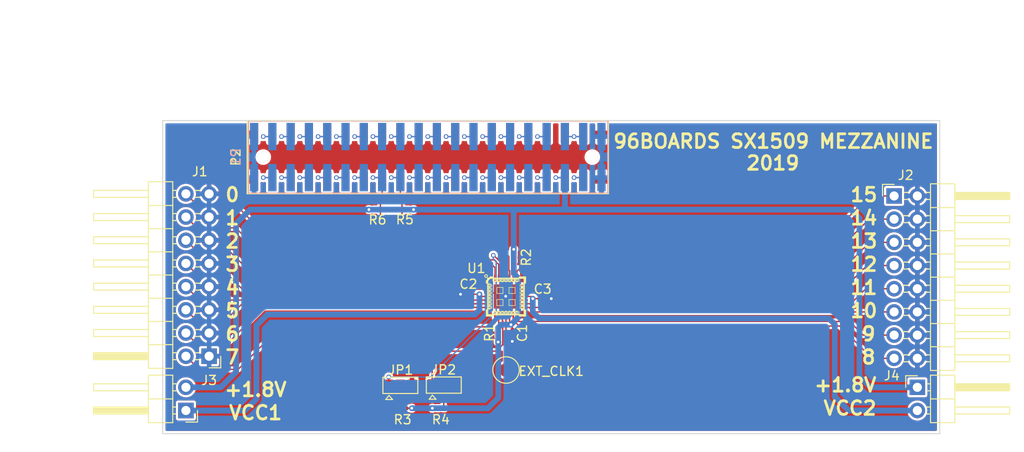
<source format=kicad_pcb>
(kicad_pcb (version 20171130) (host pcbnew "(2018-02-05 revision d1a45d147)-makepkg")
  (title_block (title "SX1509 MEZZANINE") (date 2019-02-21) (rev v0.1) (company "Linaro Ltd") (comment 1 "Designed By: Sahaj Sarup"))
  (layers (0 F.Cu signal) (31 B.Cu signal) (34 B.Paste user) (35 F.Paste user) (36 B.SilkS user) (37 F.SilkS user) (38 B.Mask user) (39 F.Mask user) (44 Edge.Cuts user))
  (net 0 "")
  (net 1 +1V8)
  (net 2 GND)
  (net 3 +5V)
  (net 4 I2C0_SCL)
  (net 5 I2C0_SDA)
  (net 6 I2C1_SCL)
  (net 7 I2C1_SDA)
  (net 8 PWR_BTN_N)
  (net 9 RST_BTN_N)
  (net 10 SYS_DCIN)
  (net 11 GPIO_B)
  (net 12 GPIO_A)
  (net 13 SPIO_SCL)
  (net 14 SPIO_DIN)
  (net 15 SPIO_CS)
  (net 16 SPIO_DOUT)
  (net 17 PCM_FS)
  (net 18 PCM_CLK)
  (net 19 PCM_DO)
  (net 20 PCM_DI)
  (net 21 GPIO_D)
  (net 22 GPIO_F)
  (net 23 GPIO_H)
  (net 24 GPIO_J)
  (net 25 GPIO_L)
  (net 26 UART1_TX)
  (net 27 UART1_RX)
  (net 28 GPIO_C)
  (net 29 GPIO_E)
  (net 30 GPIO_G)
  (net 31 GPIO_I)
  (net 32 GPIO_K)
  (net 33 UART0_CTS)
  (net 34 UART0_TX)
  (net 35 UART0_RX)
  (net 36 UART0_RTS)
  (net 37 IO_7)
  (net 38 IO_6)
  (net 39 IO_5)
  (net 40 IO_4)
  (net 41 IO_3)
  (net 42 IO_2)
  (net 43 IO_1)
  (net 44 IO_0)
  (net 45 IO_15)
  (net 46 IO_14)
  (net 47 IO_13)
  (net 48 IO_12)
  (net 49 IO_11)
  (net 50 IO_10)
  (net 51 IO_9)
  (net 52 IO_8)
  (net 53 VCC1)
  (net 54 VCC2)
  (net 55 ADDR0)
  (net 56 "Net-(JP1-Pad2)")
  (net 57 "Net-(JP2-Pad2)")
  (net 58 ADDR1)
  (net 59 "Net-(R1-Pad1)")
  (net 60 "Net-(R2-Pad1)")
  (net 61 "Net-(EXT_CLK1-Pad1)")
  (module sx1509:QFN-28 (layer F.Cu) (at 137.55272 119.26448)
    (fp_text reference U1 (at -3.24272 -3.08448) (layer F.SilkS))
    (fp_text value SX1509 hide)
    (pad 1 smd rect (at -1.97358 -1.19888) (size 0.84836 0.19812) (layers F.Cu F.Paste F.Mask) (net 42 IO_2))
    (pad 2 smd rect (at -1.97358 -0.79756) (size 0.84836 0.19812) (layers F.Cu F.Paste F.Mask) (net 41 IO_3))
    (pad 3 smd rect (at -1.97358 -0.39878) (size 0.84836 0.19812) (layers F.Cu F.Paste F.Mask) (net 2 GND))
    (pad 4 smd rect (at -1.97358 0) (size 0.84836 0.19812) (layers F.Cu F.Paste F.Mask) (net 53 VCC1))
    (pad 5 smd rect (at -1.97358 0.39878) (size 0.84836 0.19812) (layers F.Cu F.Paste F.Mask) (net 40 IO_4))
    (pad 6 smd rect (at -1.97358 0.79756) (size 0.84836 0.19812) (layers F.Cu F.Paste F.Mask) (net 39 IO_5))
    (pad 7 smd rect (at -1.97358 1.19888) (size 0.84836 0.19812) (layers F.Cu F.Paste F.Mask) (net 38 IO_6))
    (pad 8 smd rect (at -1.19888 1.97358 90) (size 0.84836 0.19812) (layers F.Cu F.Paste F.Mask) (net 37 IO_7))
    (pad 9 smd rect (at -0.79756 1.97358 90) (size 0.84836 0.19812) (layers F.Cu F.Paste F.Mask) (net 59 "Net-(R1-Pad1)"))
    (pad 10 smd rect (at -0.39878 1.97358 90) (size 0.84836 0.19812) (layers F.Cu F.Paste F.Mask) (net 58 ADDR1))
    (pad 11 smd rect (at 0 1.97358 90) (size 0.84836 0.19812) (layers F.Cu F.Paste F.Mask) (net 61 "Net-(EXT_CLK1-Pad1)"))
    (pad 12 smd rect (at 0.39878 1.97358 90) (size 0.84836 0.19812) (layers F.Cu F.Paste F.Mask) (net 1 +1V8))
    (pad 13 smd rect (at 0.79756 1.97358 90) (size 0.84836 0.19812) (layers F.Cu F.Paste F.Mask) (net 52 IO_8))
    (pad 14 smd rect (at 1.19888 1.97358 90) (size 0.84836 0.19812) (layers F.Cu F.Paste F.Mask) (net 51 IO_9))
    (pad 15 smd rect (at 1.97358 1.19888 180) (size 0.84836 0.19812) (layers F.Cu F.Paste F.Mask) (net 50 IO_10))
    (pad 16 smd rect (at 1.97358 0.79756 180) (size 0.84836 0.19812) (layers F.Cu F.Paste F.Mask) (net 49 IO_11))
    (pad 17 smd rect (at 1.97358 0.39878 180) (size 0.84836 0.19812) (layers F.Cu F.Paste F.Mask) (net 2 GND))
    (pad 18 smd rect (at 1.97358 0 180) (size 0.84836 0.19812) (layers F.Cu F.Paste F.Mask) (net 54 VCC2))
    (pad 19 smd rect (at 1.97358 -0.39878 180) (size 0.84836 0.19812) (layers F.Cu F.Paste F.Mask) (net 48 IO_12))
    (pad 20 smd rect (at 1.97358 -0.79756 180) (size 0.84836 0.19812) (layers F.Cu F.Paste F.Mask) (net 47 IO_13))
    (pad 21 smd rect (at 1.97358 -1.19888 180) (size 0.84836 0.19812) (layers F.Cu F.Paste F.Mask) (net 46 IO_14))
    (pad 22 smd rect (at 1.19888 -1.97358 270) (size 0.84836 0.19812) (layers F.Cu F.Paste F.Mask) (net 45 IO_15))
    (pad 23 smd rect (at 0.79756 -1.97358 270) (size 0.84836 0.19812) (layers F.Cu F.Paste F.Mask) (net 60 "Net-(R2-Pad1)"))
    (pad 24 smd rect (at 0.39878 -1.97358 270) (size 0.84836 0.19812) (layers F.Cu F.Paste F.Mask) (net 5 I2C0_SDA))
    (pad 25 smd rect (at 0 -1.97358 270) (size 0.84836 0.19812) (layers F.Cu F.Paste F.Mask) (net 4 I2C0_SCL))
    (pad 26 smd rect (at -0.39878 -1.97358 270) (size 0.84836 0.19812) (layers F.Cu F.Paste F.Mask) (net 55 ADDR0))
    (pad 27 smd rect (at -0.79756 -1.97358 270) (size 0.84836 0.19812) (layers F.Cu F.Paste F.Mask) (net 44 IO_0))
    (pad 28 smd rect (at -1.19888 -1.97358 270) (size 0.84836 0.19812) (layers F.Cu F.Paste F.Mask) (net 43 IO_1))
    (pad 29 smd rect (at 0 0) (size 2.64922 2.64922) (layers F.Cu F.Paste F.Mask) (net 2 GND))
  )
  (module 96boards:Socket_Strip_SMD_2x20_Pitch2mm (layer F.Cu) (at 110 105 90)
    (fp_text reference P2 (at 1 -2 90) (layer F.SilkS))
    (fp_text value CONN_02X20)
    (pad 40 smd rect (at 3.65 38) (size 0.89 2.1) (layers F.Cu F.Paste F.Mask) (net 2 GND))
    (pad 38 smd rect (at 3.65 36) (size 0.89 2.1) (layers F.Cu F.Paste F.Mask) (net 10 SYS_DCIN))
    (pad 36 smd rect (at 3.65 34) (size 0.89 2.1) (layers F.Cu F.Paste F.Mask) (net 10 SYS_DCIN))
    (pad 34 smd rect (at 3.65 32) (size 0.89 2.1) (layers F.Cu F.Paste F.Mask) (net 25 GPIO_L))
    (pad 32 smd rect (at 3.65 30) (size 0.89 2.1) (layers F.Cu F.Paste F.Mask) (net 24 GPIO_J))
    (pad 30 smd rect (at 3.65 28) (size 0.89 2.1) (layers F.Cu F.Paste F.Mask) (net 23 GPIO_H))
    (pad 28 smd rect (at 3.65 26) (size 0.89 2.1) (layers F.Cu F.Paste F.Mask) (net 22 GPIO_F))
    (pad 26 smd rect (at 3.65 24) (size 0.89 2.1) (layers F.Cu F.Paste F.Mask) (net 21 GPIO_D))
    (pad 24 smd rect (at 3.65 22) (size 0.89 2.1) (layers F.Cu F.Paste F.Mask) (net 11 GPIO_B))
    (pad 22 smd rect (at 3.65 20) (size 0.89 2.1) (layers F.Cu F.Paste F.Mask) (net 20 PCM_DI))
    (pad 20 smd rect (at 3.65 18) (size 0.89 2.1) (layers F.Cu F.Paste F.Mask) (net 19 PCM_DO))
    (pad 18 smd rect (at 3.65 16) (size 0.89 2.1) (layers F.Cu F.Paste F.Mask) (net 18 PCM_CLK))
    (pad 16 smd rect (at 3.65 14) (size 0.89 2.1) (layers F.Cu F.Paste F.Mask) (net 17 PCM_FS))
    (pad 14 smd rect (at 3.65 12) (size 0.89 2.1) (layers F.Cu F.Paste F.Mask) (net 16 SPIO_DOUT))
    (pad 12 smd rect (at 3.65 10) (size 0.89 2.1) (layers F.Cu F.Paste F.Mask) (net 15 SPIO_CS))
    (pad 10 smd rect (at 3.65 8) (size 0.89 2.1) (layers F.Cu F.Paste F.Mask) (net 14 SPIO_DIN))
    (pad 8 smd rect (at 3.65 6) (size 0.89 2.1) (layers F.Cu F.Paste F.Mask) (net 13 SPIO_SCL))
    (pad 6 smd rect (at 3.65 4) (size 0.89 2.1) (layers F.Cu F.Paste F.Mask) (net 9 RST_BTN_N))
    (pad 39 smd rect (at -1.65 38) (size 0.89 2.1) (layers F.Cu F.Paste F.Mask) (net 2 GND))
    (pad 37 smd rect (at -1.65 36) (size 0.89 2.1) (layers F.Cu F.Paste F.Mask) (net 3 +5V))
    (pad 35 smd rect (at -1.65 34) (size 0.89 2.1) (layers F.Cu F.Paste F.Mask) (net 1 +1V8))
    (pad 33 smd rect (at -1.65 32) (size 0.89 2.1) (layers F.Cu F.Paste F.Mask) (net 32 GPIO_K))
    (pad 31 smd rect (at -1.65 30) (size 0.89 2.1) (layers F.Cu F.Paste F.Mask) (net 31 GPIO_I))
    (pad 29 smd rect (at -1.65 28) (size 0.89 2.1) (layers F.Cu F.Paste F.Mask) (net 30 GPIO_G))
    (pad 27 smd rect (at -1.65 26) (size 0.89 2.1) (layers F.Cu F.Paste F.Mask) (net 29 GPIO_E))
    (pad 25 smd rect (at -1.65 24) (size 0.89 2.1) (layers F.Cu F.Paste F.Mask) (net 28 GPIO_C))
    (pad 23 smd rect (at -1.65 22) (size 0.89 2.1) (layers F.Cu F.Paste F.Mask) (net 12 GPIO_A))
    (pad 21 smd rect (at -1.65 20) (size 0.89 2.1) (layers F.Cu F.Paste F.Mask) (net 7 I2C1_SDA))
    (pad 19 smd rect (at -1.65 18) (size 0.89 2.1) (layers F.Cu F.Paste F.Mask) (net 6 I2C1_SCL))
    (pad 17 smd rect (at -1.65 16) (size 0.89 2.1) (layers F.Cu F.Paste F.Mask) (net 5 I2C0_SDA))
    (pad 15 smd rect (at -1.65 14) (size 0.89 2.1) (layers F.Cu F.Paste F.Mask) (net 4 I2C0_SCL))
    (pad 13 smd rect (at -1.65 12) (size 0.89 2.1) (layers F.Cu F.Paste F.Mask) (net 27 UART1_RX))
    (pad 11 smd rect (at -1.65 10) (size 0.89 2.1) (layers F.Cu F.Paste F.Mask) (net 26 UART1_TX))
    (pad 9 smd rect (at -1.65 8) (size 0.89 2.1) (layers F.Cu F.Paste F.Mask) (net 36 UART0_RTS))
    (pad 7 smd rect (at -1.65 6) (size 0.89 2.1) (layers F.Cu F.Paste F.Mask) (net 35 UART0_RX))
    (pad 1 smd rect (at -1.65 0) (size 0.89 2.1) (layers F.Cu F.Paste F.Mask) (net 2 GND))
    (pad 2 smd rect (at 3.65 0) (size 0.89 2.1) (layers F.Cu F.Paste F.Mask) (net 2 GND))
    (pad 4 smd rect (at 3.65 2) (size 0.89 2.1) (layers F.Cu F.Paste F.Mask) (net 8 PWR_BTN_N))
    (pad 3 smd rect (at -1.65 2) (size 0.89 2.1) (layers F.Cu F.Paste F.Mask) (net 33 UART0_CTS))
    (pad 5 smd rect (at -1.65 4) (size 0.89 2.1) (layers F.Cu F.Paste F.Mask) (net 34 UART0_TX))
  )
  (module 96boards:Pin_Header_SMD_2x20_Pitch2mm (layer B.Cu) (at 110 105 270)
    (fp_text reference P1 (at -1 2 270) (layer B.SilkS) (effects (justify mirror)))
    (fp_text value CONN_02X20)
    (pad 39 smd rect (at 1.25 -38) (size 0.89 3) (layers B.Cu B.Paste B.Mask) (net 2 GND))
    (pad 37 smd rect (at 1.25 -36) (size 0.89 3) (layers B.Cu B.Paste B.Mask) (net 3 +5V))
    (pad 35 smd rect (at 1.25 -34) (size 0.89 3) (layers B.Cu B.Paste B.Mask) (net 1 +1V8))
    (pad 33 smd rect (at 1.25 -32) (size 0.89 3) (layers B.Cu B.Paste B.Mask) (net 32 GPIO_K))
    (pad 31 smd rect (at 1.25 -30) (size 0.89 3) (layers B.Cu B.Paste B.Mask) (net 31 GPIO_I))
    (pad 29 smd rect (at 1.25 -28) (size 0.89 3) (layers B.Cu B.Paste B.Mask) (net 30 GPIO_G))
    (pad 27 smd rect (at 1.25 -26) (size 0.89 3) (layers B.Cu B.Paste B.Mask) (net 29 GPIO_E))
    (pad 25 smd rect (at 1.25 -24) (size 0.89 3) (layers B.Cu B.Paste B.Mask) (net 28 GPIO_C))
    (pad 23 smd rect (at 1.25 -22) (size 0.89 3) (layers B.Cu B.Paste B.Mask) (net 12 GPIO_A))
    (pad 21 smd rect (at 1.25 -20) (size 0.89 3) (layers B.Cu B.Paste B.Mask) (net 7 I2C1_SDA))
    (pad 19 smd rect (at 1.25 -18) (size 0.89 3) (layers B.Cu B.Paste B.Mask) (net 6 I2C1_SCL))
    (pad 17 smd rect (at 1.25 -16) (size 0.89 3) (layers B.Cu B.Paste B.Mask) (net 5 I2C0_SDA))
    (pad 15 smd rect (at 1.25 -14) (size 0.89 3) (layers B.Cu B.Paste B.Mask) (net 4 I2C0_SCL))
    (pad 13 smd rect (at 1.25 -12) (size 0.89 3) (layers B.Cu B.Paste B.Mask) (net 27 UART1_RX))
    (pad 11 smd rect (at 1.25 -10) (size 0.89 3) (layers B.Cu B.Paste B.Mask) (net 26 UART1_TX))
    (pad 9 smd rect (at 1.25 -8) (size 0.89 3) (layers B.Cu B.Paste B.Mask) (net 36 UART0_RTS))
    (pad 7 smd rect (at 1.25 -6) (size 0.89 3) (layers B.Cu B.Paste B.Mask) (net 35 UART0_RX))
    (pad 5 smd rect (at 1.25 -4) (size 0.89 3) (layers B.Cu B.Paste B.Mask) (net 34 UART0_TX))
    (pad 3 smd rect (at 1.25 -2) (size 0.89 3) (layers B.Cu B.Paste B.Mask) (net 33 UART0_CTS))
    (pad 40 smd rect (at -3.25 -38) (size 0.89 3) (layers B.Cu B.Paste B.Mask) (net 2 GND))
    (pad 38 smd rect (at -3.25 -36) (size 0.89 3) (layers B.Cu B.Paste B.Mask) (net 10 SYS_DCIN))
    (pad 36 smd rect (at -3.25 -34) (size 0.89 3) (layers B.Cu B.Paste B.Mask) (net 10 SYS_DCIN))
    (pad 34 smd rect (at -3.25 -32) (size 0.89 3) (layers B.Cu B.Paste B.Mask) (net 25 GPIO_L))
    (pad 32 smd rect (at -3.25 -30) (size 0.89 3) (layers B.Cu B.Paste B.Mask) (net 24 GPIO_J))
    (pad 30 smd rect (at -3.25 -28) (size 0.89 3) (layers B.Cu B.Paste B.Mask) (net 23 GPIO_H))
    (pad 28 smd rect (at -3.25 -26) (size 0.89 3) (layers B.Cu B.Paste B.Mask) (net 22 GPIO_F))
    (pad 26 smd rect (at -3.25 -24) (size 0.89 3) (layers B.Cu B.Paste B.Mask) (net 21 GPIO_D))
    (pad 24 smd rect (at -3.25 -22) (size 0.89 3) (layers B.Cu B.Paste B.Mask) (net 11 GPIO_B))
    (pad 22 smd rect (at -3.25 -20) (size 0.89 3) (layers B.Cu B.Paste B.Mask) (net 20 PCM_DI))
    (pad 20 smd rect (at -3.25 -18) (size 0.89 3) (layers B.Cu B.Paste B.Mask) (net 19 PCM_DO))
    (pad 18 smd rect (at -3.25 -16) (size 0.89 3) (layers B.Cu B.Paste B.Mask) (net 18 PCM_CLK))
    (pad 16 smd rect (at -3.25 -14) (size 0.89 3) (layers B.Cu B.Paste B.Mask) (net 17 PCM_FS))
    (pad 14 smd rect (at -3.25 -12) (size 0.89 3) (layers B.Cu B.Paste B.Mask) (net 16 SPIO_DOUT))
    (pad 12 smd rect (at -3.25 -10) (size 0.89 3) (layers B.Cu B.Paste B.Mask) (net 15 SPIO_CS))
    (pad 10 smd rect (at -3.25 -8) (size 0.89 3) (layers B.Cu B.Paste B.Mask) (net 14 SPIO_DIN))
    (pad 8 smd rect (at -3.25 -6) (size 0.89 3) (layers B.Cu B.Paste B.Mask) (net 13 SPIO_SCL))
    (pad 6 smd rect (at -3.25 -4) (size 0.89 3) (layers B.Cu B.Paste B.Mask) (net 9 RST_BTN_N))
    (pad 4 smd rect (at -3.25 -2) (size 0.89 3) (layers B.Cu B.Paste B.Mask) (net 8 PWR_BTN_N))
    (pad "" np_thru_hole circle (at -1 -1) (size 1.2 1.2) (drill 1.2) (layers *.Cu *.Mask B.SilkS))
    (pad 2 smd rect (at -3.25 0) (size 0.89 3) (layers B.Cu B.Paste B.Mask) (net 2 GND))
    (pad 1 smd rect (at 1.25 0) (size 0.89 3) (layers B.Cu B.Paste B.Mask) (net 2 GND))
    (pad "" np_thru_hole circle (at -1 -37) (size 1.2 1.2) (drill 1.2) (layers *.Cu *.Mask B.SilkS))
  )
  (module Connector_PinHeader_2.54mm:PinHeader_1x02_P2.54mm_Horizontal (layer F.Cu) (at 102.54 131.75 180)
    (fp_text reference J3 (at -2.54 3.302 180) (layer F.SilkS))
    (fp_text value Conn_01x02_Male)
    (pad 1 thru_hole rect (at 0 0 180) (size 1.7 1.7) (drill 1) (layers *.Cu *.Mask) (net 53 VCC1))
    (pad 2 thru_hole oval (at 0 2.54 180) (size 1.7 1.7) (drill 1) (layers *.Cu *.Mask) (net 1 +1V8))
  )
  (module Connector_PinHeader_2.54mm:PinHeader_1x02_P2.54mm_Horizontal (layer F.Cu) (at 182.55 129.21)
    (fp_text reference J4 (at -2.794 -1.27) (layer F.SilkS))
    (fp_text value Conn_01x02_Male)
    (pad 2 thru_hole oval (at 0 2.54) (size 1.7 1.7) (drill 1) (layers *.Cu *.Mask) (net 54 VCC2))
    (pad 1 thru_hole rect (at 0 0) (size 1.7 1.7) (drill 1) (layers *.Cu *.Mask) (net 1 +1V8))
  )
  (module Capacitor_SMD:C_0201_0603Metric (layer F.Cu) (at 138.25 123.25 270)
    (fp_text reference C1 (at 0.02496 -1.08796 270) (layer F.SilkS))
    (fp_text value 0.1uF)
    (pad 1 smd roundrect (at -0.32 0 270) (size 0.46 0.4) (layers F.Cu F.Mask) (net 1 +1V8))
    (pad 2 smd roundrect (at 0.32 0 270) (size 0.46 0.4) (layers F.Cu F.Mask) (net 2 GND))
  )
  (module Capacitor_SMD:C_0201_0603Metric (layer F.Cu) (at 133.5 119.02 180)
    (fp_text reference C2 (at 0.06 1.11 180) (layer F.SilkS))
    (fp_text value 0.1uF)
    (pad 2 smd roundrect (at 0.32 0 180) (size 0.46 0.4) (layers F.Cu F.Mask) (net 2 GND))
    (pad 1 smd roundrect (at -0.32 0 180) (size 0.46 0.4) (layers F.Cu F.Mask) (net 53 VCC1))
  )
  (module Capacitor_SMD:C_0201_0603Metric (layer F.Cu) (at 141.57 119.5)
    (fp_text reference C3 (at 0 -1.05) (layer F.SilkS))
    (fp_text value 0.1uF)
    (pad 1 smd roundrect (at -0.32 0) (size 0.46 0.4) (layers F.Cu F.Mask) (net 54 VCC2))
    (pad 2 smd roundrect (at 0.32 0) (size 0.46 0.4) (layers F.Cu F.Mask) (net 2 GND))
  )
  (module Resistor_SMD:R_0201_0603Metric (layer F.Cu) (at 136.75 123.25 270)
    (fp_text reference R1 (at 0 1 270) (layer F.SilkS))
    (fp_text value 10K)
    (pad 1 smd roundrect (at -0.32 0 270) (size 0.46 0.4) (layers F.Cu F.Mask) (net 59 "Net-(R1-Pad1)"))
    (pad 2 smd roundrect (at 0.32 0 270) (size 0.46 0.4) (layers F.Cu F.Mask) (net 1 +1V8))
  )
  (module Resistor_SMD:R_0201_0603Metric (layer F.Cu) (at 138.38448 115 90)
    (fp_text reference R2 (at 0.02 1.38552 90) (layer F.SilkS))
    (fp_text value 10K)
    (pad 2 smd roundrect (at 0.32 0 90) (size 0.46 0.4) (layers F.Cu F.Mask) (net 1 +1V8))
    (pad 1 smd roundrect (at -0.32 0 90) (size 0.46 0.4) (layers F.Cu F.Mask) (net 60 "Net-(R2-Pad1)"))
  )
  (module Resistor_SMD:R_0201_0603Metric (layer F.Cu) (at 126.32 131.5)
    (fp_text reference R3 (at -0.07 1.25) (layer F.SilkS))
    (fp_text value 10K)
    (pad 2 smd roundrect (at 0.32 0) (size 0.46 0.4) (layers F.Cu F.Mask) (net 1 +1V8))
    (pad 1 smd roundrect (at -0.32 0) (size 0.46 0.4) (layers F.Cu F.Mask) (net 56 "Net-(JP1-Pad2)"))
  )
  (module Resistor_SMD:R_0201_0603Metric (layer F.Cu) (at 130.425 131.5)
    (fp_text reference R4 (at 0 1.25) (layer F.SilkS))
    (fp_text value 10K)
    (pad 1 smd roundrect (at -0.32 0) (size 0.46 0.4) (layers F.Cu F.Mask) (net 1 +1V8))
    (pad 2 smd roundrect (at 0.32 0) (size 0.46 0.4) (layers F.Cu F.Mask) (net 57 "Net-(JP2-Pad2)"))
  )
  (module Resistor_SMD:R_0201_0603Metric (layer F.Cu) (at 126.5 109.75 180)
    (fp_text reference R5 (at 0.01 -1.1 180) (layer F.SilkS))
    (fp_text value 10K)
    (pad 1 smd roundrect (at -0.32 0 180) (size 0.46 0.4) (layers F.Cu F.Mask) (net 1 +1V8))
    (pad 2 smd roundrect (at 0.32 0 180) (size 0.46 0.4) (layers F.Cu F.Mask) (net 5 I2C0_SDA))
  )
  (module Resistor_SMD:R_0201_0603Metric (layer F.Cu) (at 123.5 109.75)
    (fp_text reference R6 (at 0 1.12) (layer F.SilkS))
    (fp_text value 10K)
    (pad 2 smd roundrect (at 0.32 0) (size 0.46 0.4) (layers F.Cu F.Mask) (net 4 I2C0_SCL))
    (pad 1 smd roundrect (at -0.32 0) (size 0.46 0.4) (layers F.Cu F.Mask) (net 1 +1V8))
  )
  (module TestPoint:TestPoint_Pad_D2.5mm (layer F.Cu) (at 137.56152 127.31516 90)
    (fp_text reference EXT_CLK1 (at -0.13484 4.93848 180) (layer F.SilkS))
    (fp_text value TestPoint)
    (pad 1 smd circle (at 0 0 90) (size 1.5 1.5) (layers F.Cu F.Mask) (net 61 "Net-(EXT_CLK1-Pad1)"))
  )
  (module Jumper:SolderJumper_01x03 (layer F.Cu) (at 126 129)
    (fp_text reference JP1 (at 0.05 -1.68) (layer F.SilkS))
    (fp_text value Jumper_NC_Dual)
    (pad 1 smd rect (at -1.27 0 90) (size 1.27 0.97) (layers F.Cu F.Paste F.Mask) (net 55 ADDR0))
    (pad 2 smd rect (at 0 0 90) (size 1.27 0.97) (layers F.Cu F.Paste F.Mask) (net 56 "Net-(JP1-Pad2)"))
    (pad 3 smd rect (at 1.27 0 90) (size 1.27 0.97) (layers F.Cu F.Paste F.Mask) (net 2 GND))
  )
  (module Jumper:SolderJumper_01x03 (layer F.Cu) (at 130.75 128.96616)
    (fp_text reference JP2 (at -0.01484 -1.67864) (layer F.SilkS))
    (fp_text value Jumper_NC_Dual)
    (pad 3 smd rect (at 1.27 0 90) (size 1.27 0.97) (layers F.Cu F.Paste F.Mask) (net 2 GND))
    (pad 2 smd rect (at 0 0 90) (size 1.27 0.97) (layers F.Cu F.Paste F.Mask) (net 57 "Net-(JP2-Pad2)"))
    (pad 1 smd rect (at -1.27 0 90) (size 1.27 0.97) (layers F.Cu F.Paste F.Mask) (net 58 ADDR1))
  )
  (module Connector_PinHeader_2.54mm:PinHeader_2x08_P2.54mm_Horizontal (layer F.Cu) (at 105.08 125.806 180)
    (fp_text reference J1 (at 1.016 20.218 180) (layer F.SilkS))
    (fp_text value Conn_02x08_Odd_Even)
    (pad 16 thru_hole oval (at 2.54 17.78 180) (size 1.7 1.7) (drill 1) (layers *.Cu *.Mask) (net 44 IO_0))
    (pad 15 thru_hole oval (at 0 17.78 180) (size 1.7 1.7) (drill 1) (layers *.Cu *.Mask) (net 2 GND))
    (pad 14 thru_hole oval (at 2.54 15.24 180) (size 1.7 1.7) (drill 1) (layers *.Cu *.Mask) (net 43 IO_1))
    (pad 13 thru_hole oval (at 0 15.24 180) (size 1.7 1.7) (drill 1) (layers *.Cu *.Mask) (net 2 GND))
    (pad 12 thru_hole oval (at 2.54 12.7 180) (size 1.7 1.7) (drill 1) (layers *.Cu *.Mask) (net 42 IO_2))
    (pad 11 thru_hole oval (at 0 12.7 180) (size 1.7 1.7) (drill 1) (layers *.Cu *.Mask) (net 2 GND))
    (pad 10 thru_hole oval (at 2.54 10.16 180) (size 1.7 1.7) (drill 1) (layers *.Cu *.Mask) (net 41 IO_3))
    (pad 9 thru_hole oval (at 0 10.16 180) (size 1.7 1.7) (drill 1) (layers *.Cu *.Mask) (net 2 GND))
    (pad 8 thru_hole oval (at 2.54 7.62 180) (size 1.7 1.7) (drill 1) (layers *.Cu *.Mask) (net 40 IO_4))
    (pad 7 thru_hole oval (at 0 7.62 180) (size 1.7 1.7) (drill 1) (layers *.Cu *.Mask) (net 2 GND))
    (pad 6 thru_hole oval (at 2.54 5.08 180) (size 1.7 1.7) (drill 1) (layers *.Cu *.Mask) (net 39 IO_5))
    (pad 5 thru_hole oval (at 0 5.08 180) (size 1.7 1.7) (drill 1) (layers *.Cu *.Mask) (net 2 GND))
    (pad 4 thru_hole oval (at 2.54 2.54 180) (size 1.7 1.7) (drill 1) (layers *.Cu *.Mask) (net 38 IO_6))
    (pad 3 thru_hole oval (at 0 2.54 180) (size 1.7 1.7) (drill 1) (layers *.Cu *.Mask) (net 2 GND))
    (pad 2 thru_hole oval (at 2.54 0 180) (size 1.7 1.7) (drill 1) (layers *.Cu *.Mask) (net 37 IO_7))
    (pad 1 thru_hole rect (at 0 0 180) (size 1.7 1.7) (drill 1) (layers *.Cu *.Mask) (net 2 GND))
  )
  (module Connector_PinHeader_2.54mm:PinHeader_2x08_P2.54mm_Horizontal (layer F.Cu) (at 180.01 108.255)
    (fp_text reference J2 (at 1.27 -2.27) (layer F.SilkS))
    (fp_text value Conn_02x08_Odd_Even)
    (pad 1 thru_hole rect (at 0 0) (size 1.7 1.7) (drill 1) (layers *.Cu *.Mask) (net 45 IO_15))
    (pad 2 thru_hole oval (at 2.54 0) (size 1.7 1.7) (drill 1) (layers *.Cu *.Mask) (net 2 GND))
    (pad 3 thru_hole oval (at 0 2.54) (size 1.7 1.7) (drill 1) (layers *.Cu *.Mask) (net 46 IO_14))
    (pad 4 thru_hole oval (at 2.54 2.54) (size 1.7 1.7) (drill 1) (layers *.Cu *.Mask) (net 2 GND))
    (pad 5 thru_hole oval (at 0 5.08) (size 1.7 1.7) (drill 1) (layers *.Cu *.Mask) (net 47 IO_13))
    (pad 6 thru_hole oval (at 2.54 5.08) (size 1.7 1.7) (drill 1) (layers *.Cu *.Mask) (net 2 GND))
    (pad 7 thru_hole oval (at 0 7.62) (size 1.7 1.7) (drill 1) (layers *.Cu *.Mask) (net 48 IO_12))
    (pad 8 thru_hole oval (at 2.54 7.62) (size 1.7 1.7) (drill 1) (layers *.Cu *.Mask) (net 2 GND))
    (pad 9 thru_hole oval (at 0 10.16) (size 1.7 1.7) (drill 1) (layers *.Cu *.Mask) (net 49 IO_11))
    (pad 10 thru_hole oval (at 2.54 10.16) (size 1.7 1.7) (drill 1) (layers *.Cu *.Mask) (net 2 GND))
    (pad 11 thru_hole oval (at 0 12.7) (size 1.7 1.7) (drill 1) (layers *.Cu *.Mask) (net 50 IO_10))
    (pad 12 thru_hole oval (at 2.54 12.7) (size 1.7 1.7) (drill 1) (layers *.Cu *.Mask) (net 2 GND))
    (pad 13 thru_hole oval (at 0 15.24) (size 1.7 1.7) (drill 1) (layers *.Cu *.Mask) (net 51 IO_9))
    (pad 14 thru_hole oval (at 2.54 15.24) (size 1.7 1.7) (drill 1) (layers *.Cu *.Mask) (net 2 GND))
    (pad 15 thru_hole oval (at 0 17.78) (size 1.7 1.7) (drill 1) (layers *.Cu *.Mask) (net 52 IO_8))
    (pad 16 thru_hole oval (at 2.54 17.78) (size 1.7 1.7) (drill 1) (layers *.Cu *.Mask) (net 2 GND))
  )
  (gr_text VCC2 (at 175.184 131.496) (layer F.SilkS) (effects (font (size 1.5 1.5) (thickness 0.3))))
  (gr_text +1.8V (at 174.676 128.956) (layer F.SilkS) (effects (font (size 1.5 1.5) (thickness 0.3))))
  (gr_text VCC1 (at 110.16 132.004) (layer F.SilkS) (effects (font (size 1.5 1.5) (thickness 0.3))))
  (gr_text +1.8V (at 110.16 129.464) (layer F.SilkS) (effects (font (size 1.5 1.5) (thickness 0.3))))
  (gr_text 15 (at 176.708 108.128) (layer F.SilkS) (effects (font (size 1.5 1.5) (thickness 0.3))))
  (gr_text 14 (at 176.708 110.668) (layer F.SilkS) (effects (font (size 1.5 1.5) (thickness 0.3))))
  (gr_text 13 (at 176.708 113.208) (layer F.SilkS) (effects (font (size 1.5 1.5) (thickness 0.3))))
  (gr_text 12 (at 176.708 115.748) (layer F.SilkS) (effects (font (size 1.5 1.5) (thickness 0.3))))
  (gr_text 11 (at 176.708 118.288) (layer F.SilkS) (effects (font (size 1.5 1.5) (thickness 0.3))))
  (gr_text 10 (at 176.708 120.828) (layer F.SilkS) (effects (font (size 1.5 1.5) (thickness 0.3))))
  (gr_text 9 (at 177.216 123.368) (layer F.SilkS) (effects (font (size 1.5 1.5) (thickness 0.3))))
  (gr_text 8 (at 177.216 125.908) (layer F.SilkS) (effects (font (size 1.5 1.5) (thickness 0.3))))
  (gr_text 7 (at 107.62 125.908) (layer F.SilkS) (effects (font (size 1.5 1.5) (thickness 0.3))))
  (gr_text 6 (at 107.62 123.368) (layer F.SilkS) (effects (font (size 1.5 1.5) (thickness 0.3))))
  (gr_text 5 (at 107.62 120.828) (layer F.SilkS) (effects (font (size 1.5 1.5) (thickness 0.3))))
  (gr_text 4 (at 107.62 118.288) (layer F.SilkS) (effects (font (size 1.5 1.5) (thickness 0.3))))
  (gr_text 3 (at 107.62 115.748) (layer F.SilkS) (effects (font (size 1.5 1.5) (thickness 0.3))))
  (gr_text 2 (at 107.62 113.208) (layer F.SilkS) (effects (font (size 1.5 1.5) (thickness 0.3))))
  (gr_text 1 (at 107.62 110.668) (layer F.SilkS) (effects (font (size 1.5 1.5) (thickness 0.3))))
  (gr_text 0 (at 107.62 108.128) (layer F.SilkS) (effects (font (size 1.5 1.5) (thickness 0.3))))
  (gr_text 2019 (at 166.75 104.66) (layer F.SilkS) (effects (font (size 1.5 1.5) (thickness 0.3))))
  (gr_text "96BOARDS SX1509 MEZZANINE" (at 166.8 102.27) (layer F.SilkS) (effects (font (size 1.5 1.5) (thickness 0.3))))
  (gr_line (start 100 134.29) (end 184.999492 134.29) (layer Edge.Cuts) (width 0.1))
  (gr_line (start 184.999492 100) (end 184.999492 134.29) (angle 90) (layer Edge.Cuts) (width 0.1))
  (gr_line (start 100 134.29) (end 100 100) (angle 90) (layer Edge.Cuts) (width 0.1))
  (gr_line (start 100 100) (end 184.999492 100) (angle 90) (layer Edge.Cuts) (width 0.1))
  (segment (start 136.71 124.25999) (end 136.71 130.36) (width 0.635) (layer B.Cu) (net 1))
  (segment (start 136.70001 124.25) (end 136.71 124.25999) (width 0.635) (layer B.Cu) (net 1))
  (segment (start 136.71 130.36) (end 135.57 131.5) (width 0.635) (layer B.Cu) (net 1))
  (segment (start 135.57 131.5) (end 129.5 131.5) (width 0.635) (layer B.Cu) (net 1))
  (segment (start 129.5 131.5) (end 127.25 131.5) (width 0.635) (layer B.Cu) (net 1))
  (segment (start 137.04 122.35) (end 136.70001 122.68999) (width 0.635) (layer B.Cu) (net 1))
  (segment (start 138.1 122.35) (end 137.04 122.35) (width 0.635) (layer B.Cu) (net 1))
  (segment (start 136.70001 122.68999) (end 136.70001 124.25) (width 0.635) (layer B.Cu) (net 1))
  (segment (start 138.88 117.23) (end 138.88 121.57) (width 0.635) (layer B.Cu) (net 1))
  (segment (start 138.88 121.57) (end 138.1 122.35) (width 0.635) (layer B.Cu) (net 1))
  (segment (start 138.4 116.75) (end 138.88 117.23) (width 0.635) (layer B.Cu) (net 1))
  (segment (start 138.4 114.1) (end 138.4 116.75) (width 0.635) (layer B.Cu) (net 1))
  (segment (start 176.22 128) (end 177.43 129.21) (width 0.635) (layer B.Cu) (net 1))
  (segment (start 177.43 129.21) (end 182.55 129.21) (width 0.635) (layer B.Cu) (net 1))
  (segment (start 176.22 110.7) (end 176.22 128) (width 0.635) (layer B.Cu) (net 1))
  (segment (start 175.27 109.75) (end 176.22 110.7) (width 0.635) (layer B.Cu) (net 1))
  (segment (start 144 109.75) (end 175.27 109.75) (width 0.635) (layer B.Cu) (net 1))
  (segment (start 144 106.25) (end 144 109.75) (width 0.635) (layer B.Cu) (net 1))
  (segment (start 144 109.75) (end 138.4 109.75) (width 0.635) (layer B.Cu) (net 1))
  (segment (start 109.56 109.75) (end 108.03 111.28) (width 0.635) (layer B.Cu) (net 1))
  (segment (start 122.56 109.75) (end 109.56 109.75) (width 0.635) (layer B.Cu) (net 1))
  (segment (start 108.03 111.28) (end 108.03 127.53) (width 0.635) (layer B.Cu) (net 1))
  (segment (start 108.03 127.53) (end 106.35 129.21) (width 0.635) (layer B.Cu) (net 1))
  (segment (start 106.35 129.21) (end 102.54 129.21) (width 0.635) (layer B.Cu) (net 1))
  (segment (start 138.4 109.75) (end 127.793553 109.75) (width 0.635) (layer B.Cu) (net 1))
  (segment (start 138.4 114.1) (end 138.4 113.746447) (width 0.635) (layer B.Cu) (net 1))
  (segment (start 138.4 113.746447) (end 138.4 109.75) (width 0.635) (layer B.Cu) (net 1))
  (segment (start 127.44 109.75) (end 122.56 109.75) (width 0.635) (layer B.Cu) (net 1))
  (segment (start 127.793553 109.75) (end 127.44 109.75) (width 0.635) (layer B.Cu) (net 1))
  (segment (start 126.82 109.75) (end 127.44 109.75) (width 0.15) (layer F.Cu) (net 1))
  (via (at 127.44 109.75) (size 0.5) (drill 0.3) (layers F.Cu B.Cu) (net 1))
  (segment (start 123.18 109.75) (end 122.56 109.75) (width 0.15) (layer F.Cu) (net 1))
  (via (at 122.56 109.75) (size 0.5) (drill 0.3) (layers F.Cu B.Cu) (net 1))
  (segment (start 138.38448 114.11552) (end 138.4 114.1) (width 0.15) (layer F.Cu) (net 1))
  (segment (start 138.38448 114.68) (end 138.38448 114.11552) (width 0.15) (layer F.Cu) (net 1))
  (via (at 138.4 114.1) (size 0.5) (drill 0.3) (layers F.Cu B.Cu) (net 1))
  (segment (start 137.9515 122.2015) (end 138.1 122.35) (width 0.15) (layer F.Cu) (net 1))
  (segment (start 138.1 122.35) (end 138.25 122.5) (width 0.15) (layer F.Cu) (net 1))
  (via (at 138.1 122.35) (size 0.5) (drill 0.3) (layers F.Cu B.Cu) (net 1))
  (segment (start 136.75 124.20001) (end 136.70001 124.25) (width 0.15) (layer F.Cu) (net 1))
  (segment (start 136.75 123.57) (end 136.75 124.20001) (width 0.15) (layer F.Cu) (net 1))
  (via (at 136.70001 124.25) (size 0.5) (drill 0.3) (layers F.Cu B.Cu) (net 1))
  (segment (start 130.105 131.5) (end 129.5 131.5) (width 0.15) (layer F.Cu) (net 1))
  (via (at 129.5 131.5) (size 0.5) (drill 0.3) (layers F.Cu B.Cu) (net 1))
  (segment (start 126.64 131.5) (end 127.25 131.5) (width 0.15) (layer F.Cu) (net 1))
  (via (at 127.25 131.5) (size 0.5) (drill 0.3) (layers F.Cu B.Cu) (net 1))
  (segment (start 137.9515 121.23806) (end 137.9515 122.2015) (width 0.15) (layer F.Cu) (net 1))
  (segment (start 138.25 122.5) (end 138.25 122.93) (width 0.15) (layer F.Cu) (net 1))
  (segment (start 138.25 124.17) (end 138.24 124.18) (width 0.15) (layer F.Cu) (net 2))
  (segment (start 138.25 123.57) (end 138.25 124.17) (width 0.15) (layer F.Cu) (net 2))
  (via (at 138.24 124.18) (size 0.5) (drill 0.3) (layers F.Cu B.Cu) (net 2))
  (segment (start 141.89 119.5) (end 142.51 119.5) (width 0.15) (layer F.Cu) (net 2))
  (via (at 142.51 119.5) (size 0.5) (drill 0.3) (layers F.Cu B.Cu) (net 2))
  (segment (start 133.18 119.02) (end 132.58 119.02) (width 0.15) (layer F.Cu) (net 2))
  (via (at 132.58 119.02) (size 0.5) (drill 0.3) (layers F.Cu B.Cu) (net 2))
  (via (at 137.52 119.24) (size 0.5) (drill 0.3) (layers F.Cu B.Cu) (net 2))
  (segment (start 135.57914 118.8657) (end 137.15394 118.8657) (width 0.15) (layer F.Cu) (net 2))
  (segment (start 137.15394 118.8657) (end 137.55272 119.26448) (width 0.15) (layer F.Cu) (net 2))
  (segment (start 139.5263 119.66326) (end 137.9515 119.66326) (width 0.15) (layer F.Cu) (net 2))
  (segment (start 137.9515 119.66326) (end 137.55272 119.26448) (width 0.15) (layer F.Cu) (net 2))
  (via (at 145 106.25) (size 0.5) (drill 0.3) (layers F.Cu B.Cu) (net 3))
  (segment (start 145 106.25) (end 145.6 106.25) (width 0.15) (layer F.Cu) (net 3))
  (segment (start 146 106.25) (end 145 106.25) (width 0.15) (layer B.Cu) (net 3))
  (segment (start 145.6 106.25) (end 146 106.65) (width 0.15) (layer F.Cu) (net 3))
  (via (at 143 106.25) (size 0.5) (drill 0.3) (layers F.Cu B.Cu) (net 1))
  (segment (start 143 106.25) (end 143.6 106.25) (width 0.15) (layer F.Cu) (net 1))
  (segment (start 144 106.25) (end 143 106.25) (width 0.15) (layer B.Cu) (net 1))
  (segment (start 143.6 106.25) (end 144 106.65) (width 0.15) (layer F.Cu) (net 1))
  (segment (start 137.55272 115.30272) (end 136.25 114) (width 0.15) (layer F.Cu) (net 4))
  (segment (start 137.55272 117.2909) (end 137.55272 115.30272) (width 0.15) (layer F.Cu) (net 4))
  (segment (start 136.25 114) (end 124.53 114) (width 0.15) (layer F.Cu) (net 4))
  (segment (start 124.53 114) (end 123.82 113.29) (width 0.15) (layer F.Cu) (net 4))
  (segment (start 123.82 113.29) (end 123.82 109.75) (width 0.15) (layer F.Cu) (net 4))
  (segment (start 124 108.5) (end 123.82 108.68) (width 0.15) (layer F.Cu) (net 4))
  (segment (start 123.82 108.68) (end 123.82 109.75) (width 0.15) (layer F.Cu) (net 4))
  (segment (start 124 106.65) (end 124 108.5) (width 0.15) (layer F.Cu) (net 4))
  (segment (start 126.71 113.5) (end 126.18 112.97) (width 0.15) (layer F.Cu) (net 5))
  (segment (start 136.5 113.5) (end 126.71 113.5) (width 0.15) (layer F.Cu) (net 5))
  (segment (start 126.18 112.97) (end 126.18 109.75) (width 0.15) (layer F.Cu) (net 5))
  (segment (start 137.87273 114.87273) (end 136.5 113.5) (width 0.15) (layer F.Cu) (net 5))
  (segment (start 137.9515 116.4515) (end 137.87273 116.37273) (width 0.15) (layer F.Cu) (net 5))
  (segment (start 137.87273 116.37273) (end 137.87273 114.87273) (width 0.15) (layer F.Cu) (net 5))
  (segment (start 137.9515 117.2909) (end 137.9515 116.4515) (width 0.15) (layer F.Cu) (net 5))
  (segment (start 126 108.25) (end 126.18 108.43) (width 0.15) (layer F.Cu) (net 5))
  (segment (start 126.18 108.43) (end 126.18 109.75) (width 0.15) (layer F.Cu) (net 5))
  (segment (start 126 106.65) (end 126 108.25) (width 0.15) (layer F.Cu) (net 5))
  (segment (start 144 101.75) (end 145 101.75) (width 0.15) (layer B.Cu) (net 10))
  (segment (start 145 101.75) (end 144.4 101.75) (width 0.15) (layer F.Cu) (net 10))
  (segment (start 144.4 101.75) (end 144 101.35) (width 0.15) (layer F.Cu) (net 10))
  (via (at 141 106.25) (size 0.5) (drill 0.3) (layers F.Cu B.Cu) (net 32))
  (segment (start 141 106.25) (end 141.6 106.25) (width 0.15) (layer F.Cu) (net 32))
  (segment (start 142 106.25) (end 141 106.25) (width 0.15) (layer B.Cu) (net 32))
  (segment (start 141.6 106.25) (end 142 106.65) (width 0.15) (layer F.Cu) (net 32))
  (via (at 139 106.25) (size 0.5) (drill 0.3) (layers F.Cu B.Cu) (net 31))
  (segment (start 139 106.25) (end 139.6 106.25) (width 0.15) (layer F.Cu) (net 31))
  (segment (start 140 106.25) (end 139 106.25) (width 0.15) (layer B.Cu) (net 31))
  (segment (start 139.6 106.25) (end 140 106.65) (width 0.15) (layer F.Cu) (net 31))
  (via (at 137 106.25) (size 0.5) (drill 0.3) (layers F.Cu B.Cu) (net 30))
  (segment (start 137 106.25) (end 137.6 106.25) (width 0.15) (layer F.Cu) (net 30))
  (segment (start 138 106.25) (end 137 106.25) (width 0.15) (layer B.Cu) (net 30))
  (segment (start 137.6 106.25) (end 138 106.65) (width 0.15) (layer F.Cu) (net 30))
  (via (at 135 106.25) (size 0.5) (drill 0.3) (layers F.Cu B.Cu) (net 29))
  (segment (start 135 106.25) (end 135.6 106.25) (width 0.15) (layer F.Cu) (net 29))
  (segment (start 136 106.25) (end 135 106.25) (width 0.15) (layer B.Cu) (net 29))
  (segment (start 135.6 106.25) (end 136 106.65) (width 0.15) (layer F.Cu) (net 29))
  (via (at 133 106.25) (size 0.5) (drill 0.3) (layers F.Cu B.Cu) (net 28))
  (segment (start 133 106.25) (end 133.6 106.25) (width 0.15) (layer F.Cu) (net 28))
  (segment (start 134 106.25) (end 133 106.25) (width 0.15) (layer B.Cu) (net 28))
  (segment (start 133.6 106.25) (end 134 106.65) (width 0.15) (layer F.Cu) (net 28))
  (via (at 131 106.25) (size 0.5) (drill 0.3) (layers F.Cu B.Cu) (net 12))
  (segment (start 131 106.25) (end 131.6 106.25) (width 0.15) (layer F.Cu) (net 12))
  (segment (start 132 106.25) (end 131 106.25) (width 0.15) (layer B.Cu) (net 12))
  (segment (start 131.6 106.25) (end 132 106.65) (width 0.15) (layer F.Cu) (net 12))
  (via (at 129 106.25) (size 0.5) (drill 0.3) (layers F.Cu B.Cu) (net 7))
  (segment (start 129 106.25) (end 129.6 106.25) (width 0.15) (layer F.Cu) (net 7))
  (segment (start 130 106.25) (end 129 106.25) (width 0.15) (layer B.Cu) (net 7))
  (segment (start 129.6 106.25) (end 130 106.65) (width 0.15) (layer F.Cu) (net 7))
  (via (at 127 106.25) (size 0.5) (drill 0.3) (layers F.Cu B.Cu) (net 6))
  (segment (start 127 106.25) (end 127.6 106.25) (width 0.15) (layer F.Cu) (net 6))
  (segment (start 128 106.25) (end 127 106.25) (width 0.15) (layer B.Cu) (net 6))
  (segment (start 127.6 106.25) (end 128 106.65) (width 0.15) (layer F.Cu) (net 6))
  (via (at 125 106.25) (size 0.5) (drill 0.3) (layers F.Cu B.Cu) (net 5))
  (segment (start 125 106.25) (end 125.6 106.25) (width 0.15) (layer F.Cu) (net 5))
  (segment (start 126 106.25) (end 125 106.25) (width 0.15) (layer B.Cu) (net 5))
  (segment (start 125.6 106.25) (end 126 106.65) (width 0.15) (layer F.Cu) (net 5))
  (via (at 123 106.25) (size 0.5) (drill 0.3) (layers F.Cu B.Cu) (net 4))
  (segment (start 123 106.25) (end 123.6 106.25) (width 0.15) (layer F.Cu) (net 4))
  (segment (start 124 106.25) (end 123 106.25) (width 0.15) (layer B.Cu) (net 4))
  (segment (start 123.6 106.25) (end 124 106.65) (width 0.15) (layer F.Cu) (net 4))
  (via (at 121 106.25) (size 0.5) (drill 0.3) (layers F.Cu B.Cu) (net 27))
  (segment (start 121 106.25) (end 121.6 106.25) (width 0.15) (layer F.Cu) (net 27))
  (segment (start 122 106.25) (end 121 106.25) (width 0.15) (layer B.Cu) (net 27))
  (segment (start 121.6 106.25) (end 122 106.65) (width 0.15) (layer F.Cu) (net 27))
  (via (at 119 106.25) (size 0.5) (drill 0.3) (layers F.Cu B.Cu) (net 26))
  (segment (start 119 106.25) (end 119.6 106.25) (width 0.15) (layer F.Cu) (net 26))
  (segment (start 120 106.25) (end 119 106.25) (width 0.15) (layer B.Cu) (net 26))
  (segment (start 119.6 106.25) (end 120 106.65) (width 0.15) (layer F.Cu) (net 26))
  (via (at 117 106.25) (size 0.5) (drill 0.3) (layers F.Cu B.Cu) (net 36))
  (segment (start 117 106.25) (end 117.6 106.25) (width 0.15) (layer F.Cu) (net 36))
  (segment (start 118 106.25) (end 117 106.25) (width 0.15) (layer B.Cu) (net 36))
  (segment (start 117.6 106.25) (end 118 106.65) (width 0.15) (layer F.Cu) (net 36))
  (via (at 115 106.25) (size 0.5) (drill 0.3) (layers F.Cu B.Cu) (net 35))
  (segment (start 115 106.25) (end 115.6 106.25) (width 0.15) (layer F.Cu) (net 35))
  (segment (start 116 106.25) (end 115 106.25) (width 0.15) (layer B.Cu) (net 35))
  (segment (start 115.6 106.25) (end 116 106.65) (width 0.15) (layer F.Cu) (net 35))
  (via (at 113 106.25) (size 0.5) (drill 0.3) (layers F.Cu B.Cu) (net 34))
  (segment (start 113 106.25) (end 113.6 106.25) (width 0.15) (layer F.Cu) (net 34))
  (segment (start 114 106.25) (end 113 106.25) (width 0.15) (layer B.Cu) (net 34))
  (segment (start 113.6 106.25) (end 114 106.65) (width 0.15) (layer F.Cu) (net 34))
  (via (at 111 106.25) (size 0.5) (drill 0.3) (layers F.Cu B.Cu) (net 33))
  (segment (start 111 106.25) (end 111.6 106.25) (width 0.15) (layer F.Cu) (net 33))
  (segment (start 112 106.25) (end 111 106.25) (width 0.15) (layer B.Cu) (net 33))
  (segment (start 111.6 106.25) (end 112 106.65) (width 0.15) (layer F.Cu) (net 33))
  (via (at 145 101.75) (size 0.5) (drill 0.3) (layers F.Cu B.Cu) (net 10))
  (segment (start 146 101.75) (end 145 101.75) (width 0.15) (layer B.Cu) (net 10))
  (segment (start 145.6 101.75) (end 146 101.35) (width 0.15) (layer F.Cu) (net 10))
  (segment (start 145 101.75) (end 145.6 101.75) (width 0.15) (layer F.Cu) (net 10))
  (via (at 141 101.75) (size 0.5) (drill 0.3) (layers F.Cu B.Cu) (net 25))
  (segment (start 142 101.75) (end 141 101.75) (width 0.15) (layer B.Cu) (net 25))
  (segment (start 141.6 101.75) (end 142 101.35) (width 0.15) (layer F.Cu) (net 25))
  (segment (start 141 101.75) (end 141.6 101.75) (width 0.15) (layer F.Cu) (net 25))
  (via (at 139 101.75) (size 0.5) (drill 0.3) (layers F.Cu B.Cu) (net 24))
  (segment (start 140 101.75) (end 139 101.75) (width 0.15) (layer B.Cu) (net 24))
  (segment (start 139.6 101.75) (end 140 101.35) (width 0.15) (layer F.Cu) (net 24))
  (segment (start 139 101.75) (end 139.6 101.75) (width 0.15) (layer F.Cu) (net 24))
  (via (at 137 101.75) (size 0.5) (drill 0.3) (layers F.Cu B.Cu) (net 23))
  (segment (start 138 101.75) (end 137 101.75) (width 0.15) (layer B.Cu) (net 23))
  (segment (start 137.6 101.75) (end 138 101.35) (width 0.15) (layer F.Cu) (net 23))
  (segment (start 137 101.75) (end 137.6 101.75) (width 0.15) (layer F.Cu) (net 23))
  (via (at 135 101.75) (size 0.5) (drill 0.3) (layers F.Cu B.Cu) (net 22))
  (segment (start 136 101.75) (end 135 101.75) (width 0.15) (layer B.Cu) (net 22))
  (segment (start 135.6 101.75) (end 136 101.35) (width 0.15) (layer F.Cu) (net 22))
  (segment (start 135 101.75) (end 135.6 101.75) (width 0.15) (layer F.Cu) (net 22))
  (via (at 133 101.75) (size 0.5) (drill 0.3) (layers F.Cu B.Cu) (net 21))
  (segment (start 134 101.75) (end 133 101.75) (width 0.15) (layer B.Cu) (net 21))
  (segment (start 133.6 101.75) (end 134 101.35) (width 0.15) (layer F.Cu) (net 21))
  (segment (start 133 101.75) (end 133.6 101.75) (width 0.15) (layer F.Cu) (net 21))
  (via (at 131 101.75) (size 0.5) (drill 0.3) (layers F.Cu B.Cu) (net 11))
  (segment (start 132 101.75) (end 131 101.75) (width 0.15) (layer B.Cu) (net 11))
  (segment (start 131.6 101.75) (end 132 101.35) (width 0.15) (layer F.Cu) (net 11))
  (segment (start 131 101.75) (end 131.6 101.75) (width 0.15) (layer F.Cu) (net 11))
  (via (at 129 101.75) (size 0.5) (drill 0.3) (layers F.Cu B.Cu) (net 20))
  (segment (start 130 101.75) (end 129 101.75) (width 0.15) (layer B.Cu) (net 20))
  (segment (start 129.6 101.75) (end 130 101.35) (width 0.15) (layer F.Cu) (net 20))
  (segment (start 129 101.75) (end 129.6 101.75) (width 0.15) (layer F.Cu) (net 20))
  (via (at 127 101.75) (size 0.5) (drill 0.3) (layers F.Cu B.Cu) (net 19))
  (segment (start 128 101.75) (end 127 101.75) (width 0.15) (layer B.Cu) (net 19))
  (segment (start 127.6 101.75) (end 128 101.35) (width 0.15) (layer F.Cu) (net 19))
  (segment (start 127 101.75) (end 127.6 101.75) (width 0.15) (layer F.Cu) (net 19))
  (via (at 125 101.75) (size 0.5) (drill 0.3) (layers F.Cu B.Cu) (net 18))
  (segment (start 126 101.75) (end 125 101.75) (width 0.15) (layer B.Cu) (net 18))
  (segment (start 125.6 101.75) (end 126 101.35) (width 0.15) (layer F.Cu) (net 18))
  (segment (start 125 101.75) (end 125.6 101.75) (width 0.15) (layer F.Cu) (net 18))
  (via (at 123 101.75) (size 0.5) (drill 0.3) (layers F.Cu B.Cu) (net 17))
  (segment (start 124 101.75) (end 123 101.75) (width 0.15) (layer B.Cu) (net 17))
  (segment (start 123.6 101.75) (end 124 101.35) (width 0.15) (layer F.Cu) (net 17))
  (segment (start 123 101.75) (end 123.6 101.75) (width 0.15) (layer F.Cu) (net 17))
  (via (at 121 101.75) (size 0.5) (drill 0.3) (layers F.Cu B.Cu) (net 16))
  (segment (start 122 101.75) (end 121 101.75) (width 0.15) (layer B.Cu) (net 16))
  (segment (start 121.6 101.75) (end 122 101.35) (width 0.15) (layer F.Cu) (net 16))
  (segment (start 121 101.75) (end 121.6 101.75) (width 0.15) (layer F.Cu) (net 16))
  (via (at 119 101.75) (size 0.5) (drill 0.3) (layers F.Cu B.Cu) (net 15))
  (segment (start 120 101.75) (end 119 101.75) (width 0.15) (layer B.Cu) (net 15))
  (segment (start 119.6 101.75) (end 120 101.35) (width 0.15) (layer F.Cu) (net 15))
  (segment (start 119 101.75) (end 119.6 101.75) (width 0.15) (layer F.Cu) (net 15))
  (via (at 117 101.75) (size 0.5) (drill 0.3) (layers F.Cu B.Cu) (net 14))
  (segment (start 118 101.75) (end 117 101.75) (width 0.15) (layer B.Cu) (net 14))
  (segment (start 117.6 101.75) (end 118 101.35) (width 0.15) (layer F.Cu) (net 14))
  (segment (start 117 101.75) (end 117.6 101.75) (width 0.15) (layer F.Cu) (net 14))
  (via (at 115 101.75) (size 0.5) (drill 0.3) (layers F.Cu B.Cu) (net 13))
  (segment (start 116 101.75) (end 115 101.75) (width 0.15) (layer B.Cu) (net 13))
  (segment (start 115.6 101.75) (end 116 101.35) (width 0.15) (layer F.Cu) (net 13))
  (segment (start 115 101.75) (end 115.6 101.75) (width 0.15) (layer F.Cu) (net 13))
  (via (at 113 101.75) (size 0.5) (drill 0.3) (layers F.Cu B.Cu) (net 9))
  (segment (start 114 101.75) (end 113 101.75) (width 0.15) (layer B.Cu) (net 9))
  (segment (start 113.6 101.75) (end 114 101.35) (width 0.15) (layer F.Cu) (net 9))
  (segment (start 113 101.75) (end 113.6 101.75) (width 0.15) (layer F.Cu) (net 9))
  (via (at 111 101.75) (size 0.5) (drill 0.3) (layers F.Cu B.Cu) (net 8))
  (segment (start 112 101.75) (end 111 101.75) (width 0.15) (layer B.Cu) (net 8))
  (segment (start 111.6 101.75) (end 112 101.35) (width 0.15) (layer F.Cu) (net 8))
  (segment (start 111 101.75) (end 111.6 101.75) (width 0.15) (layer F.Cu) (net 8))
  (segment (start 136.35384 122.14616) (end 135.91 122.59) (width 0.15) (layer F.Cu) (net 37))
  (segment (start 136.35384 121.23806) (end 136.35384 122.14616) (width 0.15) (layer F.Cu) (net 37))
  (segment (start 135.91 122.59) (end 112.91 122.59) (width 0.15) (layer F.Cu) (net 37))
  (segment (start 112.91 122.59) (end 108.25 127.25) (width 0.15) (layer F.Cu) (net 37))
  (segment (start 108.25 127.25) (end 103.984 127.25) (width 0.15) (layer F.Cu) (net 37))
  (segment (start 103.984 127.25) (end 102.54 125.806) (width 0.15) (layer F.Cu) (net 37))
  (segment (start 111.03664 120.46336) (end 107 124.5) (width 0.15) (layer F.Cu) (net 38))
  (segment (start 135.57914 120.46336) (end 111.03664 120.46336) (width 0.15) (layer F.Cu) (net 38))
  (segment (start 107 124.5) (end 103.774 124.5) (width 0.15) (layer F.Cu) (net 38))
  (segment (start 103.774 124.5) (end 102.54 123.266) (width 0.15) (layer F.Cu) (net 38))
  (segment (start 108.68796 120.06204) (end 106.75 122) (width 0.15) (layer F.Cu) (net 39))
  (segment (start 135.57914 120.06204) (end 108.68796 120.06204) (width 0.15) (layer F.Cu) (net 39))
  (segment (start 106.75 122) (end 103.814 122) (width 0.15) (layer F.Cu) (net 39))
  (segment (start 103.814 122) (end 102.54 120.726) (width 0.15) (layer F.Cu) (net 39))
  (segment (start 107.25 119.5) (end 103.854 119.5) (width 0.15) (layer F.Cu) (net 40))
  (segment (start 103.854 119.5) (end 102.54 118.186) (width 0.15) (layer F.Cu) (net 40))
  (segment (start 107.41326 119.66326) (end 107.25 119.5) (width 0.15) (layer F.Cu) (net 40))
  (segment (start 135.57914 119.66326) (end 107.41326 119.66326) (width 0.15) (layer F.Cu) (net 40))
  (segment (start 108.71692 118.46692) (end 107.25 117) (width 0.15) (layer F.Cu) (net 41))
  (segment (start 135.57914 118.46692) (end 108.71692 118.46692) (width 0.15) (layer F.Cu) (net 41))
  (segment (start 107.25 117) (end 103.894 117) (width 0.15) (layer F.Cu) (net 41))
  (segment (start 103.894 117) (end 102.54 115.646) (width 0.15) (layer F.Cu) (net 41))
  (segment (start 111.0656 118.0656) (end 107.5 114.5) (width 0.15) (layer F.Cu) (net 42))
  (segment (start 135.57914 118.0656) (end 111.0656 118.0656) (width 0.15) (layer F.Cu) (net 42))
  (segment (start 107.5 114.5) (end 103.934 114.5) (width 0.15) (layer F.Cu) (net 42))
  (segment (start 103.934 114.5) (end 102.54 113.106) (width 0.15) (layer F.Cu) (net 42))
  (segment (start 136 115.75) (end 136.35384 116.10384) (width 0.15) (layer F.Cu) (net 43))
  (segment (start 112 115.75) (end 136 115.75) (width 0.15) (layer F.Cu) (net 43))
  (segment (start 108 111.75) (end 112 115.75) (width 0.15) (layer F.Cu) (net 43))
  (segment (start 103.75 111.75) (end 108 111.75) (width 0.15) (layer F.Cu) (net 43))
  (segment (start 102.54 110.566) (end 102.566 110.566) (width 0.15) (layer F.Cu) (net 43))
  (segment (start 102.566 110.566) (end 103.75 111.75) (width 0.15) (layer F.Cu) (net 43))
  (segment (start 136.35384 116.10384) (end 136.35384 117.2909) (width 0.15) (layer F.Cu) (net 43))
  (segment (start 136.75516 115.75516) (end 136.25 115.25) (width 0.15) (layer F.Cu) (net 44))
  (segment (start 136.75516 117.2909) (end 136.75516 115.75516) (width 0.15) (layer F.Cu) (net 44))
  (segment (start 136.25 115.25) (end 114 115.25) (width 0.15) (layer F.Cu) (net 44))
  (segment (start 114 115.25) (end 108 109.25) (width 0.15) (layer F.Cu) (net 44))
  (segment (start 108 109.25) (end 103.764 109.25) (width 0.15) (layer F.Cu) (net 44))
  (segment (start 103.764 109.25) (end 102.54 108.026) (width 0.15) (layer F.Cu) (net 44))
  (segment (start 138.7516 116.4984) (end 139.25 116) (width 0.15) (layer F.Cu) (net 45))
  (segment (start 138.7516 117.2909) (end 138.7516 116.4984) (width 0.15) (layer F.Cu) (net 45))
  (segment (start 139.25 116) (end 169.58 116) (width 0.15) (layer F.Cu) (net 45))
  (segment (start 169.58 116) (end 177.325 108.255) (width 0.15) (layer F.Cu) (net 45))
  (segment (start 177.325 108.255) (end 180.01 108.255) (width 0.15) (layer F.Cu) (net 45))
  (segment (start 170.0044 118.0656) (end 177.275 110.795) (width 0.15) (layer F.Cu) (net 46))
  (segment (start 139.5263 118.0656) (end 170.0044 118.0656) (width 0.15) (layer F.Cu) (net 46))
  (segment (start 177.275 110.795) (end 180.01 110.795) (width 0.15) (layer F.Cu) (net 46))
  (segment (start 172.20308 118.46692) (end 177.335 113.335) (width 0.15) (layer F.Cu) (net 47))
  (segment (start 139.5263 118.46692) (end 172.20308 118.46692) (width 0.15) (layer F.Cu) (net 47))
  (segment (start 177.335 113.335) (end 180.01 113.335) (width 0.15) (layer F.Cu) (net 47))
  (segment (start 174.0443 118.8657) (end 177.035 115.875) (width 0.15) (layer F.Cu) (net 48))
  (segment (start 139.5263 118.8657) (end 174.0443 118.8657) (width 0.15) (layer F.Cu) (net 48))
  (segment (start 177.035 115.875) (end 180.01 115.875) (width 0.15) (layer F.Cu) (net 48))
  (segment (start 139.52834 120.06) (end 140.18 120.06) (width 0.15) (layer F.Cu) (net 49))
  (segment (start 139.5263 120.06204) (end 139.52834 120.06) (width 0.15) (layer F.Cu) (net 49))
  (segment (start 140.18 120.06) (end 140.58 120.46) (width 0.15) (layer F.Cu) (net 49))
  (segment (start 140.58 120.46) (end 174.87 120.46) (width 0.15) (layer F.Cu) (net 49))
  (segment (start 174.87 120.46) (end 176.915 118.415) (width 0.15) (layer F.Cu) (net 49))
  (segment (start 176.915 118.415) (end 180.01 118.415) (width 0.15) (layer F.Cu) (net 49))
  (segment (start 140.08336 120.46336) (end 140.575 120.955) (width 0.15) (layer F.Cu) (net 50))
  (segment (start 139.5263 120.46336) (end 140.08336 120.46336) (width 0.15) (layer F.Cu) (net 50))
  (segment (start 140.575 120.955) (end 180.01 120.955) (width 0.15) (layer F.Cu) (net 50))
  (segment (start 138.7516 121.81224) (end 138.93936 122) (width 0.15) (layer F.Cu) (net 51))
  (segment (start 138.7516 121.23806) (end 138.7516 121.81224) (width 0.15) (layer F.Cu) (net 51))
  (segment (start 138.93936 122) (end 175.14 122) (width 0.15) (layer F.Cu) (net 51))
  (segment (start 175.14 122) (end 176.635 123.495) (width 0.15) (layer F.Cu) (net 51))
  (segment (start 176.635 123.495) (end 180.01 123.495) (width 0.15) (layer F.Cu) (net 51))
  (segment (start 138.35028 121.863482) (end 138.986798 122.5) (width 0.15) (layer F.Cu) (net 52))
  (segment (start 138.35028 121.23806) (end 138.35028 121.863482) (width 0.15) (layer F.Cu) (net 52))
  (segment (start 138.986798 122.5) (end 174.06 122.5) (width 0.15) (layer F.Cu) (net 52))
  (segment (start 174.06 122.5) (end 177.595 126.035) (width 0.15) (layer F.Cu) (net 52))
  (segment (start 177.595 126.035) (end 180.01 126.035) (width 0.15) (layer F.Cu) (net 52))
  (segment (start 110.25 130.48) (end 108.98 131.75) (width 0.635) (layer B.Cu) (net 53))
  (segment (start 108.98 131.75) (end 102.54 131.75) (width 0.635) (layer B.Cu) (net 53))
  (segment (start 110.25 122.44) (end 110.25 130.48) (width 0.635) (layer B.Cu) (net 53))
  (segment (start 111.45 121.24) (end 110.25 122.44) (width 0.635) (layer B.Cu) (net 53))
  (segment (start 134.16 121.24) (end 111.45 121.24) (width 0.635) (layer B.Cu) (net 53))
  (segment (start 134.65 120.75) (end 134.16 121.24) (width 0.635) (layer B.Cu) (net 53))
  (segment (start 134.65 119.02) (end 134.65 120.75) (width 0.635) (layer B.Cu) (net 53))
  (segment (start 133.82 119.02) (end 134.65 119.02) (width 0.15) (layer F.Cu) (net 53))
  (segment (start 134.89448 119.26448) (end 134.65 119.02) (width 0.15) (layer F.Cu) (net 53))
  (segment (start 135.57914 119.26448) (end 134.89448 119.26448) (width 0.15) (layer F.Cu) (net 53))
  (via (at 134.65 119.02) (size 0.5) (drill 0.3) (layers F.Cu B.Cu) (net 53))
  (segment (start 173.52 130.24) (end 175.03 131.75) (width 0.635) (layer B.Cu) (net 54))
  (segment (start 175.03 131.75) (end 182.55 131.75) (width 0.635) (layer B.Cu) (net 54))
  (segment (start 173.52 122.31) (end 173.52 130.24) (width 0.635) (layer B.Cu) (net 54))
  (segment (start 141.19 121.67) (end 172.88 121.67) (width 0.635) (layer B.Cu) (net 54))
  (segment (start 172.88 121.67) (end 173.52 122.31) (width 0.635) (layer B.Cu) (net 54))
  (segment (start 140.48 120.96) (end 141.19 121.67) (width 0.635) (layer B.Cu) (net 54))
  (segment (start 140.48 119.5) (end 140.48 120.96) (width 0.635) (layer B.Cu) (net 54))
  (segment (start 141.25 119.5) (end 140.48 119.5) (width 0.15) (layer F.Cu) (net 54))
  (segment (start 140.24448 119.26448) (end 140.48 119.5) (width 0.15) (layer F.Cu) (net 54))
  (segment (start 139.5263 119.26448) (end 140.24448 119.26448) (width 0.15) (layer F.Cu) (net 54))
  (via (at 140.48 119.5) (size 0.5) (drill 0.3) (layers F.Cu B.Cu) (net 54))
  (segment (start 124.72 128.08) (end 124.72 128.99) (width 0.15) (layer F.Cu) (net 55))
  (segment (start 124.72 128.99) (end 124.73 129) (width 0.15) (layer F.Cu) (net 55))
  (segment (start 129.31 128.08) (end 124.72 128.08) (width 0.15) (layer B.Cu) (net 55))
  (segment (start 136.48 120.91) (end 129.31 128.08) (width 0.15) (layer B.Cu) (net 55))
  (via (at 124.72 128.08) (size 0.5) (drill 0.3) (layers F.Cu B.Cu) (net 55))
  (segment (start 136.48 115.423367) (end 136.48 120.91) (width 0.15) (layer B.Cu) (net 55))
  (segment (start 136.165186 114.755) (end 136.165186 115.108553) (width 0.15) (layer B.Cu) (net 55))
  (segment (start 136.165186 115.108553) (end 136.48 115.423367) (width 0.15) (layer B.Cu) (net 55))
  (segment (start 137.15394 115.701378) (end 136.207562 114.755) (width 0.15) (layer F.Cu) (net 55))
  (segment (start 137.15394 117.2909) (end 137.15394 115.701378) (width 0.15) (layer F.Cu) (net 55))
  (segment (start 136.207562 114.755) (end 136.165186 114.755) (width 0.15) (layer F.Cu) (net 55))
  (via (at 136.165186 114.755) (size 0.5) (drill 0.3) (layers F.Cu B.Cu) (net 55))
  (segment (start 126 129) (end 126 131.5) (width 0.15) (layer F.Cu) (net 56))
  (segment (start 130.75 128.96616) (end 130.75 131.495) (width 0.15) (layer F.Cu) (net 57))
  (segment (start 130.75 131.495) (end 130.745 131.5) (width 0.15) (layer F.Cu) (net 57))
  (segment (start 130 125.25) (end 129.48 125.77) (width 0.15) (layer F.Cu) (net 58))
  (segment (start 136.5 125.25) (end 130 125.25) (width 0.15) (layer F.Cu) (net 58))
  (segment (start 137.19501 124.55499) (end 136.5 125.25) (width 0.15) (layer F.Cu) (net 58))
  (segment (start 137.19501 121.94501) (end 137.19501 124.55499) (width 0.15) (layer F.Cu) (net 58))
  (segment (start 137.15394 121.23806) (end 137.15394 121.90394) (width 0.15) (layer F.Cu) (net 58))
  (segment (start 137.15394 121.90394) (end 137.19501 121.94501) (width 0.15) (layer F.Cu) (net 58))
  (segment (start 129.48 125.77) (end 129.48 128.96616) (width 0.15) (layer F.Cu) (net 58))
  (segment (start 136.75516 121.23806) (end 136.75516 122.92484) (width 0.15) (layer F.Cu) (net 59))
  (segment (start 136.75516 122.92484) (end 136.75 122.93) (width 0.15) (layer F.Cu) (net 59))
  (segment (start 138.35028 117.2909) (end 138.35028 115.3542) (width 0.15) (layer F.Cu) (net 60))
  (segment (start 138.35028 115.3542) (end 138.38448 115.32) (width 0.15) (layer F.Cu) (net 60))
  (segment (start 137.55272 121.23806) (end 137.55272 127.30636) (width 0.15) (layer F.Cu) (net 61))
  (segment (start 137.55272 127.30636) (end 137.56152 127.31516) (width 0.15) (layer F.Cu) (net 61))
  (zone (net 2) (net_name GND) (layer F.Cu) (connect_pads (clearance 0.254)) (min_thickness 0.254) (fill yes (arc_segments 32) (thermal_gap 0.254) (thermal_bridge_width 0.508))
    (polygon (pts (xy 184.836 134.036) (xy 100.254 134.036) (xy 100.254 100.254) (xy 184.836 100.254)))
  )
  (zone (net 2) (net_name GND) (layer B.Cu) (connect_pads (clearance 0.254)) (min_thickness 0.254) (fill yes (arc_segments 32) (thermal_gap 0.254) (thermal_bridge_width 0.508))
    (polygon (pts (xy 100.254 100.254) (xy 184.836 100.254) (xy 184.836 134.036) (xy 100.254 134.036)))
  )
)
</source>
